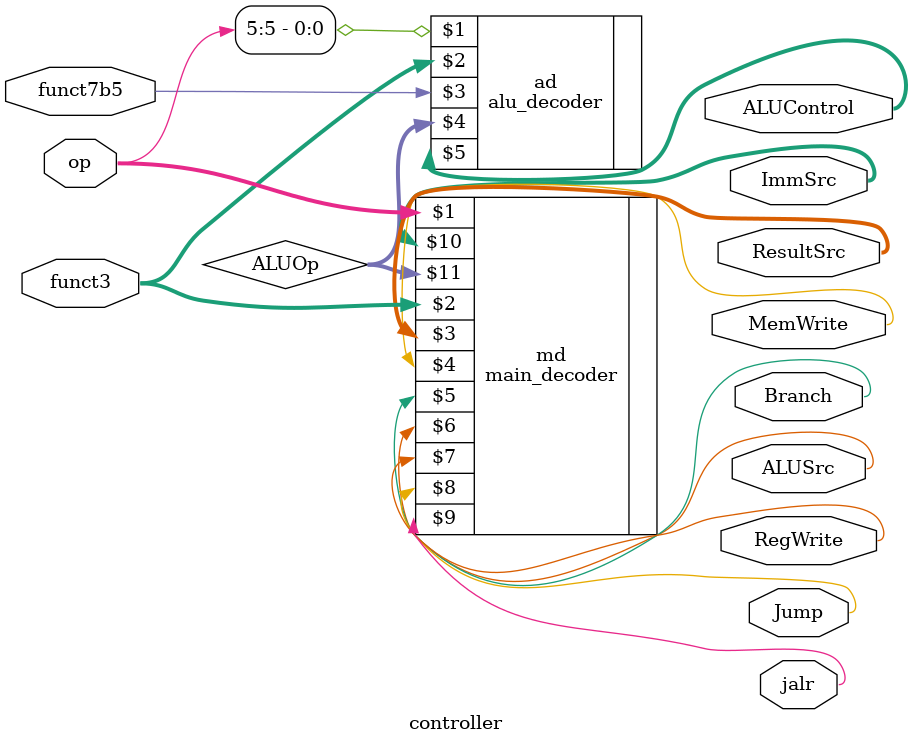
<source format=v>
module controller (
    input [6:0]  op,
    input [2:0]  funct3,
    input        funct7b5,
    output       [1:0] ResultSrc,
    output       MemWrite,
    output       ALUSrc,
    output       RegWrite, Jump, jalr,Branch,
    output [2:0] ImmSrc,
    output [2:0] ALUControl
	 
);
wire [1:0] ALUOp;

main_decoder    md (op, funct3,ResultSrc, MemWrite, Branch,
                    ALUSrc, RegWrite, Jump,jalr, ImmSrc, ALUOp);

alu_decoder     ad (op[5], funct3, funct7b5, ALUOp, ALUControl);

endmodule
</source>
